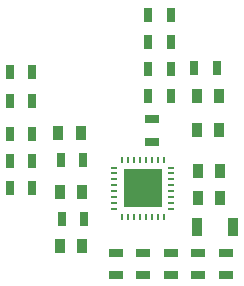
<source format=gbp>
G04*
G04 #@! TF.GenerationSoftware,Altium Limited,Altium Designer,21.1.1 (26)*
G04*
G04 Layer_Color=128*
%FSLAX44Y44*%
%MOMM*%
G71*
G04*
G04 #@! TF.SameCoordinates,2B608519-D33F-45DA-9D82-168DE6A03E0F*
G04*
G04*
G04 #@! TF.FilePolarity,Positive*
G04*
G01*
G75*
%ADD33R,1.3000X0.7000*%
%ADD34R,0.9000X1.6000*%
%ADD35R,0.9000X1.3000*%
%ADD36R,0.7000X1.3000*%
%ADD37R,3.3000X3.3000*%
%ADD38R,0.6000X0.2300*%
%ADD39R,0.2300X0.6000*%
D33*
X227000Y195500D02*
D03*
Y176500D02*
D03*
X250000Y176500D02*
D03*
Y195500D02*
D03*
X274000Y195500D02*
D03*
Y176500D02*
D03*
X297000Y176500D02*
D03*
Y195500D02*
D03*
X320000Y195500D02*
D03*
Y176500D02*
D03*
X258000Y289500D02*
D03*
Y308500D02*
D03*
D34*
X295500Y217000D02*
D03*
X326500D02*
D03*
D35*
X315500Y242000D02*
D03*
X296500D02*
D03*
X179500Y247000D02*
D03*
X198500D02*
D03*
X314500Y299000D02*
D03*
X295500D02*
D03*
X198500Y201000D02*
D03*
X179500D02*
D03*
X178500Y297000D02*
D03*
X197500D02*
D03*
X296500Y265000D02*
D03*
X315500D02*
D03*
X295500Y328000D02*
D03*
X314500D02*
D03*
D36*
X156500Y250000D02*
D03*
X137500D02*
D03*
X137500Y273000D02*
D03*
X156500D02*
D03*
X156500Y296000D02*
D03*
X137500D02*
D03*
X181500Y224000D02*
D03*
X200500D02*
D03*
X199500Y274000D02*
D03*
X180500D02*
D03*
X312500Y352000D02*
D03*
X293500D02*
D03*
X156500Y348000D02*
D03*
X137500D02*
D03*
X156500Y324000D02*
D03*
X137500D02*
D03*
X254500Y328000D02*
D03*
X273500D02*
D03*
X254500Y374000D02*
D03*
X273500D02*
D03*
X254500Y351000D02*
D03*
X273500D02*
D03*
X273500Y397000D02*
D03*
X254500D02*
D03*
D37*
X250000Y250000D02*
D03*
D38*
X274000Y267500D02*
D03*
Y262500D02*
D03*
Y257500D02*
D03*
Y252500D02*
D03*
Y247500D02*
D03*
Y242500D02*
D03*
Y237500D02*
D03*
Y232500D02*
D03*
X226000D02*
D03*
Y237500D02*
D03*
Y242500D02*
D03*
Y247500D02*
D03*
Y252500D02*
D03*
Y257500D02*
D03*
Y262500D02*
D03*
Y267500D02*
D03*
D39*
X267500Y226000D02*
D03*
X262500D02*
D03*
X257500D02*
D03*
X252500D02*
D03*
X247500D02*
D03*
X242500D02*
D03*
X237500D02*
D03*
X232500D02*
D03*
Y274000D02*
D03*
X237500D02*
D03*
X242500D02*
D03*
X247500D02*
D03*
X252500D02*
D03*
X257500D02*
D03*
X262500D02*
D03*
X267500D02*
D03*
M02*

</source>
